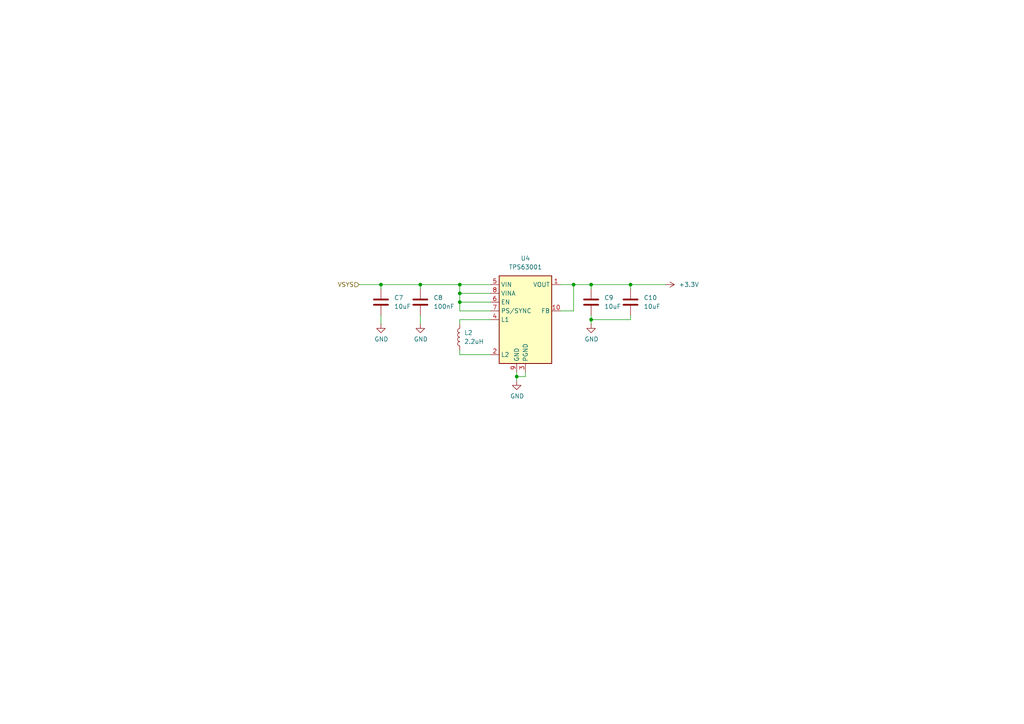
<source format=kicad_sch>
(kicad_sch (version 20231120) (generator "eeschema") (generator_version "8.0")
  (paper "A4")
  (lib_symbols
    (symbol "Device:C" (pin_numbers hide) (pin_names (offset 0.254))
      (property "Reference" "C" (at 0.635 2.54 0))
      (property "Value" "C" (at 0.635 -2.54 0))
      (symbol "C_0_1"
        (polyline (pts (xy -2.032 -0.762) (xy 2.032 -0.762)) (stroke (width 0.508)))
        (polyline (pts (xy -2.032 0.762) (xy 2.032 0.762)) (stroke (width 0.508)))
      )
      (symbol "C_1_1"
        (pin passive line (at 0 3.81 270) (length 2.794) (name "~") (number "1"))
        (pin passive line (at 0 -3.81 90) (length 2.794) (name "~") (number "2"))
      )
    )
    (symbol "Device:L" (pin_numbers hide) (pin_names (offset 1.016) hide)
      (property "Reference" "L" (at -1.27 0 90))
      (property "Value" "L" (at 1.905 0 90))
      (symbol "L_0_1"
        (arc (start 0 -2.54) (mid 0.6323 -1.905) (end 0 -1.27))
        (arc (start 0 -1.27) (mid 0.6323 -0.635) (end 0 0))
        (arc (start 0 0) (mid 0.6323 0.635) (end 0 1.27))
        (arc (start 0 1.27) (mid 0.6323 1.905) (end 0 2.54))
      )
      (symbol "L_1_1"
        (pin passive line (at 0 3.81 270) (length 1.27) (name "1") (number "1"))
        (pin passive line (at 0 -3.81 90) (length 1.27) (name "2") (number "2"))
      )
    )
    (symbol "GND_1" (power) (pin_numbers hide) (pin_names (offset 0) hide)
      (property "Value" "GND" (at 0 -3.81 0))
      (symbol "GND_1_0_1"
        (polyline (pts (xy 0 0) (xy 0 -1.27) (xy 1.27 -1.27) (xy 0 -2.54) (xy -1.27 -1.27) (xy 0 -1.27)))
      )
      (symbol "GND_1_1_1"
        (pin power_in line (at 0 0 270) (length 0) (name "~") (number "1"))
      )
    )
    (symbol "GND_2" (power) (pin_numbers hide) (pin_names (offset 0) hide)
      (property "Value" "GND" (at 0 -3.81 0))
      (symbol "GND_2_0_1"
        (polyline (pts (xy 0 0) (xy 0 -1.27) (xy 1.27 -1.27) (xy 0 -2.54) (xy -1.27 -1.27) (xy 0 -1.27)))
      )
      (symbol "GND_2_1_1"
        (pin power_in line (at 0 0 270) (length 0) (name "~") (number "1"))
      )
    )
    (symbol "GND_3" (power) (pin_numbers hide) (pin_names (offset 0) hide)
      (property "Value" "GND" (at 0 -3.81 0))
      (symbol "GND_3_0_1"
        (polyline (pts (xy 0 0) (xy 0 -1.27) (xy 1.27 -1.27) (xy 0 -2.54) (xy -1.27 -1.27) (xy 0 -1.27)))
      )
      (symbol "GND_3_1_1"
        (pin power_in line (at 0 0 270) (length 0) (name "~") (number "1"))
      )
    )
    (symbol "TPS63001_1"
      (property "Reference" "U" (at -7.62 13.97 0))
      (property "Value" "TPS63001" (at 5.08 13.97 0))
      (symbol "TPS63001_1_0_1"
        (rectangle (start -7.62 12.7) (end 7.62 -12.7) (stroke (width 0.254)) (fill (type background)))
      )
      (symbol "TPS63001_1_1_1"
        (pin power_out line (at 10.16 10.16 180) (length 2.54) (name "VOUT") (number "1"))
        (pin input line (at 10.16 2.54 180) (length 2.54) (name "FB") (number "10"))
        (pin passive line (at 0 -15.24 90) (length 2.54) hide (name "PGND") (number "11"))
        (pin input line (at -10.16 -10.16 0) (length 2.54) (name "L2") (number "2"))
        (pin power_in line (at 0 -15.24 90) (length 2.54) (name "PGND") (number "3"))
        (pin input line (at -10.16 0 0) (length 2.54) (name "L1") (number "4"))
        (pin power_in line (at -10.16 10.16 0) (length 2.54) (name "VIN") (number "5"))
        (pin input line (at -10.16 5.08 0) (length 2.54) (name "EN") (number "6"))
        (pin input line (at -10.16 2.54 0) (length 2.54) (name "PS/SYNC") (number "7"))
        (pin power_in line (at -10.16 7.62 0) (length 2.54) (name "VINA") (number "8"))
        (pin power_in line (at -2.54 -15.24 90) (length 2.54) (name "GND") (number "9"))
      )
    )
    (symbol "power:+3.3V" (power) (pin_numbers hide) (pin_names (offset 0) hide)
      (property "Value" "+3.3V" (at 0 3.556 0))
      (symbol "+3.3V_0_1"
        (polyline (pts (xy -0.762 1.27) (xy 0 2.54)))
        (polyline (pts (xy 0 0) (xy 0 2.54)))
        (polyline (pts (xy 0 2.54) (xy 0.762 1.27)))
      )
      (symbol "+3.3V_1_1"
        (pin power_in line (at 0 0 90) (length 0) (name "~") (number "1"))
      )
    )
    (symbol "power:GND" (power) (pin_numbers hide) (pin_names (offset 0) hide)
      (property "Value" "GND" (at 0 -3.81 0))
      (symbol "GND_0_1"
        (polyline (pts (xy 0 0) (xy 0 -1.27) (xy 1.27 -1.27) (xy 0 -2.54) (xy -1.27 -1.27) (xy 0 -1.27)))
      )
      (symbol "GND_1_1"
        (pin power_in line (at 0 0 270) (length 0) (name "~") (number "1"))
      )
    )
  )
  (junction (at 133.35 85.09))
  (junction (at 121.92 82.55))
  (junction (at 110.49 82.55))
  (junction (at 171.45 92.71))
  (junction (at 133.35 82.55))
  (junction (at 171.45 82.55))
  (junction (at 133.35 87.63))
  (junction (at 149.86 109.22))
  (junction (at 166.37 82.55))
  (junction (at 182.88 82.55))
  (wire (pts (xy 110.49 91.44) (xy 110.49 93.98)))
  (wire (pts (xy 133.35 102.87) (xy 142.24 102.87)))
  (wire (pts (xy 133.35 85.09) (xy 142.24 85.09)))
  (wire (pts (xy 171.45 82.55) (xy 182.88 82.55)))
  (wire (pts (xy 171.45 92.71) (xy 171.45 93.98)))
  (wire (pts (xy 166.37 82.55) (xy 171.45 82.55)))
  (wire (pts (xy 152.4 107.95) (xy 152.4 109.22)))
  (wire (pts (xy 121.92 91.44) (xy 121.92 93.98)))
  (wire (pts (xy 133.35 101.6) (xy 133.35 102.87)))
  (wire (pts (xy 182.88 82.55) (xy 182.88 83.82)))
  (wire (pts (xy 149.86 109.22) (xy 149.86 110.49)))
  (wire (pts (xy 133.35 82.55) (xy 133.35 85.09)))
  (wire (pts (xy 133.35 90.17) (xy 133.35 87.63)))
  (wire (pts (xy 182.88 82.55) (xy 193.04 82.55)))
  (wire (pts (xy 121.92 82.55) (xy 121.92 83.82)))
  (wire (pts (xy 171.45 92.71) (xy 182.88 92.71)))
  (wire (pts (xy 149.86 109.22) (xy 152.4 109.22)))
  (wire (pts (xy 182.88 92.71) (xy 182.88 91.44)))
  (wire (pts (xy 104.14 82.55) (xy 110.49 82.55)))
  (wire (pts (xy 142.24 92.71) (xy 133.35 92.71)))
  (wire (pts (xy 133.35 92.71) (xy 133.35 93.98)))
  (wire (pts (xy 133.35 87.63) (xy 142.24 87.63)))
  (wire (pts (xy 133.35 87.63) (xy 133.35 85.09)))
  (wire (pts (xy 162.56 90.17) (xy 166.37 90.17)))
  (wire (pts (xy 142.24 90.17) (xy 133.35 90.17)))
  (wire (pts (xy 133.35 82.55) (xy 142.24 82.55)))
  (wire (pts (xy 166.37 90.17) (xy 166.37 82.55)))
  (wire (pts (xy 149.86 107.95) (xy 149.86 109.22)))
  (wire (pts (xy 110.49 82.55) (xy 110.49 83.82)))
  (wire (pts (xy 171.45 91.44) (xy 171.45 92.71)))
  (wire (pts (xy 162.56 82.55) (xy 166.37 82.55)))
  (wire (pts (xy 110.49 82.55) (xy 121.92 82.55)))
  (wire (pts (xy 121.92 82.55) (xy 133.35 82.55)))
  (wire (pts (xy 171.45 82.55) (xy 171.45 83.82)))
  (hierarchical_label "VSYS" (shape input) (at 104.14 82.55 180))
  (symbol (lib_name "GND_2") (lib_id "power:GND") (at 110.49 93.98 0) (unit 1)
    (property "Reference" "#PWR026" (effects (hide yes)))
    (property "Value" "GND" (at 110.617 98.3742 0))
    (property "Description" "Power symbol creates a global label with name \"GND\" , ground" (effects (hide yes)))
  )
  (symbol (lib_id "power:+3.3V") (at 193.04 82.55 270) (unit 1)
    (property "Reference" "#PWR025" (effects (hide yes)))
    (property "Value" "+3.3V" (at 196.85 82.5499 90) (effects (justify left)))
    (property "Description" "Power symbol creates a global label with name \"+3.3V\"" (effects (hide yes)))
  )
  (symbol (lib_name "GND_1") (lib_id "power:GND") (at 121.92 93.98 0) (unit 1)
    (property "Reference" "#PWR027" (effects (hide yes)))
    (property "Value" "GND" (at 122.047 98.3742 0))
    (property "Description" "Power symbol creates a global label with name \"GND\" , ground" (effects (hide yes)))
  )
  (symbol (lib_id "Device:C") (at 110.49 87.63 0) (unit 1)
    (property "Reference" "C7" (at 114.3 86.3599 0) (effects (justify left)))
    (property "Value" "10uF" (at 114.3 88.8999 0) (effects (justify left)))
    (property "Footprint" "Capacitor_SMD:C_0603_1608Metric" (effects (hide yes)))
    (property "Description" "Unpolarized capacitor" (effects (hide yes)))
    (property "Voltage" "10V" (effects (hide yes)))
  )
  (symbol (lib_id "Device:C") (at 121.92 87.63 0) (unit 1)
    (property "Reference" "C8" (at 125.73 86.3599 0) (effects (justify left)))
    (property "Value" "100nF" (at 125.73 88.8999 0) (effects (justify left)))
    (property "Footprint" "Capacitor_SMD:C_0603_1608Metric" (effects (hide yes)))
    (property "Description" "Unpolarized capacitor" (effects (hide yes)))
    (property "Voltage" "10V" (effects (hide yes)))
  )
  (symbol (lib_id "Device:C") (at 171.45 87.63 0) (unit 1)
    (property "Reference" "C9" (at 175.26 86.3599 0) (effects (justify left)))
    (property "Value" "10uF" (at 175.26 88.8999 0) (effects (justify left)))
    (property "Footprint" "Capacitor_SMD:C_0603_1608Metric" (effects (hide yes)))
    (property "Description" "Unpolarized capacitor" (effects (hide yes)))
    (property "Voltage" "10V" (effects (hide yes)))
  )
  (symbol (lib_id "power:GND") (at 149.86 110.49 0) (unit 1)
    (property "Reference" "#PWR029" (effects (hide yes)))
    (property "Value" "GND" (at 149.987 114.8842 0))
    (property "Description" "Power symbol creates a global label with name \"GND\" , ground" (effects (hide yes)))
  )
  (symbol (lib_id "Device:L") (at 133.35 97.79 180) (unit 1)
    (property "Reference" "L2" (at 134.62 96.5199 0) (effects (justify right)))
    (property "Value" "2.2uH" (at 134.62 99.0599 0) (effects (justify right)))
    (property "Footprint" "Inductor_SMD:L_Vishay_IHLP-1616" (effects (hide yes)))
    (property "Description" "Inductor" (effects (hide yes)))
  )
  (symbol (lib_id "Device:C") (at 182.88 87.63 0) (unit 1)
    (property "Reference" "C10" (at 186.69 86.3599 0) (effects (justify left)))
    (property "Value" "10uF" (at 186.69 88.8999 0) (effects (justify left)))
    (property "Footprint" "Capacitor_SMD:C_0603_1608Metric" (effects (hide yes)))
    (property "Description" "Unpolarized capacitor" (effects (hide yes)))
    (property "Voltage" "10V" (effects (hide yes)))
  )
  (symbol (lib_name "GND_3") (lib_id "power:GND") (at 171.45 93.98 0) (unit 1)
    (property "Reference" "#PWR028" (effects (hide yes)))
    (property "Value" "GND" (at 171.577 98.3742 0))
    (property "Description" "Power symbol creates a global label with name \"GND\" , ground" (effects (hide yes)))
  )
  (symbol (lib_name "TPS63001_1") (lib_id "Regulator_Switching:TPS63001") (at 152.4 92.71 0) (unit 1)
    (property "Reference" "U4" (at 152.4 74.93 0))
    (property "Value" "TPS63001" (at 152.4 77.47 0))
    (property "Footprint" "Package_SON:Texas_DRC0010J_ThermalVias" (effects (hide yes)))
    (property "Datasheet" "http://www.ti.com/lit/ds/symlink/tps63000.pdf" (effects (hide yes)))
    (property "Description" "Buck-Boost Converter, 1.8-5.5V Input Voltage, 1.7A Switch Current, 3.3V Output Voltage, VSON-10" (effects (hide yes)))
  )
)
</source>
